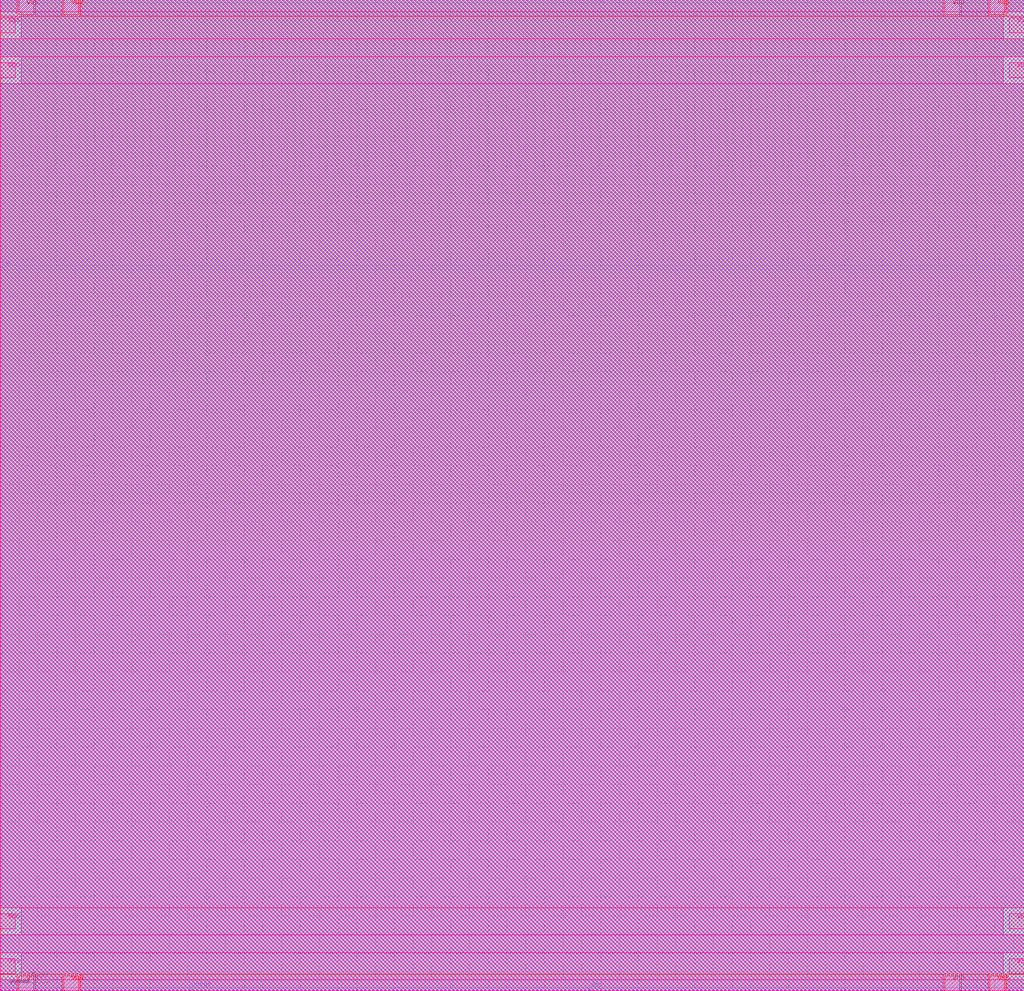
<source format=lef>
###############################################################
#  Generated by:      Cadence Innovus 20.13-s083_1
#  OS:                Linux x86_64(Host ID rice-503-20-north)
#  Generated on:      Sat May 28 19:08:19 2022
#  Design:            bgr_top
#  Command:           write_lef_abstract -5.8 -extractBlockObs /home/users/xingyuni/ee372/aloe-sky130/aloe/output/lef/bgr_top_0.lef
###############################################################

VERSION 5.8 ;

BUSBITCHARS "[]" ;
DIVIDERCHAR "/" ;

MACRO bgr_top
  CLASS BLOCK ;
  SIZE 272.780000 BY 264.180000 ;
  FOREIGN bgr_top 0.000000 0.000000 ;
  ORIGIN 0 0 ;
  SYMMETRY X Y R90 ;
  PIN porst
    DIRECTION INOUT ;
    USE SIGNAL ;
    PORT
      LAYER met2 ;
        RECT 50.760000 0.000000 50.900000 0.485000 ;
    END
  END porst
  PIN va
    DIRECTION INOUT ;
    USE SIGNAL ;
    PORT
      LAYER met3 ;
        RECT 0.000000 192.670000 0.800000 192.970000 ;
    END
  END va
  PIN vb
    DIRECTION INOUT ;
    USE SIGNAL ;
    PORT
      LAYER met2 ;
        RECT 160.240000 263.695000 160.380000 264.180000 ;
    END
  END vb
  PIN vbg
    DIRECTION INOUT ;
    USE SIGNAL ;
    PORT
      LAYER met2 ;
        RECT 157.020000 0.000000 157.160000 0.485000 ;
    END
  END vbg
  PIN VDD
    DIRECTION INOUT ;
    USE POWER ;
    PORT
      LAYER met4 ;
        RECT 251.600000 260.180000 255.600000 264.180000 ;
    END
    PORT
      LAYER met4 ;
        RECT 251.600000 0.000000 255.600000 4.000000 ;
    END
    PORT
      LAYER met4 ;
        RECT 16.980000 260.180000 20.980000 264.180000 ;
    END
    PORT
      LAYER met4 ;
        RECT 16.980000 0.000000 20.980000 4.000000 ;
    END
    PORT
      LAYER met5 ;
        RECT 268.780000 243.360000 272.780000 247.360000 ;
    END
    PORT
      LAYER met5 ;
        RECT 0.000000 243.360000 4.000000 247.360000 ;
    END
    PORT
      LAYER met5 ;
        RECT 268.780000 16.560000 272.780000 20.560000 ;
    END
    PORT
      LAYER met5 ;
        RECT 0.000000 16.560000 4.000000 20.560000 ;
    END
  END VDD
  PIN VSS
    DIRECTION INOUT ;
    USE GROUND ;
    PORT
      LAYER met4 ;
        RECT 263.600000 260.180000 267.600000 264.180000 ;
    END
    PORT
      LAYER met4 ;
        RECT 263.600000 0.000000 267.600000 4.000000 ;
    END
    PORT
      LAYER met4 ;
        RECT 4.980000 260.180000 8.980000 264.180000 ;
    END
    PORT
      LAYER met4 ;
        RECT 4.980000 0.000000 8.980000 4.000000 ;
    END
    PORT
      LAYER met5 ;
        RECT 268.780000 255.360000 272.780000 259.360000 ;
    END
    PORT
      LAYER met5 ;
        RECT 0.000000 255.360000 4.000000 259.360000 ;
    END
    PORT
      LAYER met5 ;
        RECT 268.780000 4.560000 272.780000 8.560000 ;
    END
    PORT
      LAYER met5 ;
        RECT 0.000000 4.560000 4.000000 8.560000 ;
    END
  END VSS
  OBS
    LAYER li1 ;
      RECT 0.000000 0.000000 272.780000 264.180000 ;
    LAYER met1 ;
      RECT 0.000000 0.000000 272.780000 264.180000 ;
    LAYER met2 ;
      RECT 160.660000 263.415000 272.780000 264.180000 ;
      RECT 0.000000 263.415000 159.960000 264.180000 ;
      RECT 0.000000 0.765000 272.780000 263.415000 ;
      RECT 157.440000 0.000000 272.780000 0.765000 ;
      RECT 51.180000 0.000000 156.740000 0.765000 ;
      RECT 0.000000 0.000000 50.480000 0.765000 ;
    LAYER met3 ;
      RECT 0.000000 193.370000 272.780000 264.180000 ;
      RECT 1.200000 192.270000 272.780000 193.370000 ;
      RECT 0.000000 0.000000 272.780000 192.270000 ;
    LAYER met4 ;
      RECT 268.000000 259.780000 272.780000 264.180000 ;
      RECT 256.000000 259.780000 263.200000 264.180000 ;
      RECT 21.380000 259.780000 251.200000 264.180000 ;
      RECT 9.380000 259.780000 16.580000 264.180000 ;
      RECT 0.000000 259.780000 4.580000 264.180000 ;
      RECT 0.000000 4.400000 272.780000 259.780000 ;
      RECT 268.000000 0.000000 272.780000 4.400000 ;
      RECT 256.000000 0.000000 263.200000 4.400000 ;
      RECT 21.380000 0.000000 251.200000 4.400000 ;
      RECT 9.380000 0.000000 16.580000 4.400000 ;
      RECT 0.000000 0.000000 4.580000 4.400000 ;
    LAYER met5 ;
      RECT 0.000000 260.960000 272.780000 264.180000 ;
      RECT 5.600000 253.760000 267.180000 260.960000 ;
      RECT 0.000000 248.960000 272.780000 253.760000 ;
      RECT 5.600000 241.760000 267.180000 248.960000 ;
      RECT 0.000000 22.160000 272.780000 241.760000 ;
      RECT 5.600000 14.960000 267.180000 22.160000 ;
      RECT 0.000000 10.160000 272.780000 14.960000 ;
      RECT 5.600000 2.960000 267.180000 10.160000 ;
      RECT 0.000000 0.000000 272.780000 2.960000 ;
  END
END bgr_top

END LIBRARY

</source>
